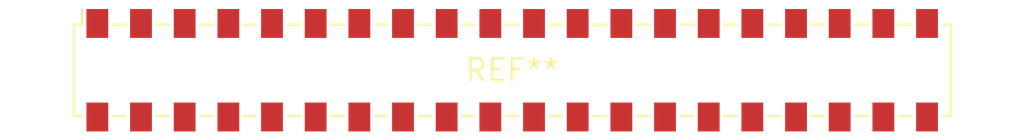
<source format=kicad_pcb>
(kicad_pcb (version 20240108) (generator pcbnew)
  (layers (0 "F.Cu" signal) (31 "B.Cu" signal) (34 "B.Paste" user) (35 "F.Paste" user) (36 "B.SilkS" user "B.Silkscreen") (37 "F.SilkS" user "F.Silkscreen") (38 "B.Mask" user) (39 "F.Mask" user) (44 "Edge.Cuts" user))
  (net 0 "")
  (footprint "Samtec_HLE-120-02-xxx-DV-BE_2x20_P2.54mm_Horizontal" (layer "F.Cu") (at 0 0)
    (property "Reference" "REF**")
    (property "Value" "Samtec_HLE-120-02-xxx-DV-BE_2x20_P2.54mm_Horizontal")
    (fp_line (start -25.51 -2.65) (end -25.51 2.65) (layer "F.SilkS") (stroke (width 0.12)))
    (fp_line (start -25.51 2.65) (end -25.025 2.65) (layer "F.SilkS") (stroke (width 0.12)))
    (fp_line (start -25.025 -3.56) (end -25.025 -2.65) (layer "F.SilkS") (stroke (width 0.12)))
    (fp_line (start -25.025 -2.65) (end -25.51 -2.65) (layer "F.SilkS") (stroke (width 0.12)))
    (fp_line (start -23.235 -2.65) (end -22.485 -2.65) (layer "F.SilkS") (stroke (width 0.12)))
    (fp_line (start -23.235 2.65) (end -22.485 2.65) (layer "F.SilkS") (stroke (width 0.12)))
    (fp_line (start -20.695 -2.65) (end -19.945 -2.65) (layer "F.SilkS") (stroke (width 0.12)))
    (fp_line (start -20.695 2.65) (end -19.945 2.65) (layer "F.SilkS") (stroke (width 0.12)))
    (fp_line (start -18.155 -2.65) (end -17.405 -2.65) (layer "F.SilkS") (stroke (width 0.12)))
    (fp_line (start -18.155 2.65) (end -17.405 2.65) (layer "F.SilkS") (stroke (width 0.12)))
    (fp_line (start -15.615 -2.65) (end -14.865 -2.65) (layer "F.SilkS") (stroke (width 0.12)))
    (fp_line (start -15.615 2.65) (end -14.865 2.65) (layer "F.SilkS") (stroke (width 0.12)))
    (fp_line (start -13.075 -2.65) (end -12.325 -2.65) (layer "F.SilkS") (stroke (width 0.12)))
    (fp_line (start -13.075 2.65) (end -12.325 2.65) (layer "F.SilkS") (stroke (width 0.12)))
    (fp_line (start -10.535 -2.65) (end -9.785 -2.65) (layer "F.SilkS") (stroke (width 0.12)))
    (fp_line (start -10.535 2.65) (end -9.785 2.65) (layer "F.SilkS") (stroke (width 0.12)))
    (fp_line (start -7.995 -2.65) (end -7.245 -2.65) (layer "F.SilkS") (stroke (width 0.12)))
    (fp_line (start -7.995 2.65) (end -7.245 2.65) (layer "F.SilkS") (stroke (width 0.12)))
    (fp_line (start -5.455 -2.65) (end -4.705 -2.65) (layer "F.SilkS") (stroke (width 0.12)))
    (fp_line (start -5.455 2.65) (end -4.705 2.65) (layer "F.SilkS") (stroke (width 0.12)))
    (fp_line (start -2.915 -2.65) (end -2.165 -2.65) (layer "F.SilkS") (stroke (width 0.12)))
    (fp_line (start -2.915 2.65) (end -2.165 2.65) (layer "F.SilkS") (stroke (width 0.12)))
    (fp_line (start -0.375 -2.65) (end 0.375 -2.65) (layer "F.SilkS") (stroke (width 0.12)))
    (fp_line (start -0.375 2.65) (end 0.375 2.65) (layer "F.SilkS") (stroke (width 0.12)))
    (fp_line (start 2.165 -2.65) (end 2.915 -2.65) (layer "F.SilkS") (stroke (width 0.12)))
    (fp_line (start 2.165 2.65) (end 2.915 2.65) (layer "F.SilkS") (stroke (width 0.12)))
    (fp_line (start 4.705 -2.65) (end 5.455 -2.65) (layer "F.SilkS") (stroke (width 0.12)))
    (fp_line (start 4.705 2.65) (end 5.455 2.65) (layer "F.SilkS") (stroke (width 0.12)))
    (fp_line (start 7.245 -2.65) (end 7.995 -2.65) (layer "F.SilkS") (stroke (width 0.12)))
    (fp_line (start 7.245 2.65) (end 7.995 2.65) (layer "F.SilkS") (stroke (width 0.12)))
    (fp_line (start 9.785 -2.65) (end 10.535 -2.65) (layer "F.SilkS") (stroke (width 0.12)))
    (fp_line (start 9.785 2.65) (end 10.535 2.65) (layer "F.SilkS") (stroke (width 0.12)))
    (fp_line (start 12.325 -2.65) (end 13.075 -2.65) (layer "F.SilkS") (stroke (width 0.12)))
    (fp_line (start 12.325 2.65) (end 13.075 2.65) (layer "F.SilkS") (stroke (width 0.12)))
    (fp_line (start 14.865 -2.65) (end 15.615 -2.65) (layer "F.SilkS") (stroke (width 0.12)))
    (fp_line (start 14.865 2.65) (end 15.615 2.65) (layer "F.SilkS") (stroke (width 0.12)))
    (fp_line (start 17.405 -2.65) (end 18.155 -2.65) (layer "F.SilkS") (stroke (width 0.12)))
    (fp_line (start 17.405 2.65) (end 18.155 2.65) (layer "F.SilkS") (stroke (width 0.12)))
    (fp_line (start 19.945 -2.65) (end 20.695 -2.65) (layer "F.SilkS") (stroke (width 0.12)))
    (fp_line (start 19.945 2.65) (end 20.695 2.65) (layer "F.SilkS") (stroke (width 0.12)))
    (fp_line (start 22.485 -2.65) (end 23.235 -2.65) (layer "F.SilkS") (stroke (width 0.12)))
    (fp_line (start 22.485 2.65) (end 23.235 2.65) (layer "F.SilkS") (stroke (width 0.12)))
    (fp_line (start 25.025 -2.65) (end 25.51 -2.65) (layer "F.SilkS") (stroke (width 0.12)))
    (fp_line (start 25.51 -2.65) (end 25.51 2.65) (layer "F.SilkS") (stroke (width 0.12)))
    (fp_line (start 25.51 2.65) (end 25.025 2.65) (layer "F.SilkS") (stroke (width 0.12)))
    (pad "" np_thru_hole circle (at -24.13 -1.27) (size 0.97 0.97) (drill 0.97) (layers *.Cu *.Mask))
    (pad "" np_thru_hole circle (at -24.13 1.27) (size 0.97 0.97) (drill 0.97) (layers *.Cu *.Mask))
    (pad "" np_thru_hole circle (at -21.59 -1.27) (size 0.97 0.97) (drill 0.97) (layers *.Cu *.Mask))
    (pad "" np_thru_hole circle (at -21.59 1.27) (size 0.97 0.97) (drill 0.97) (layers *.Cu *.Mask))
    (pad "" np_thru_hole circle (at -19.05 -1.27) (size 0.97 0.97) (drill 0.97) (layers *.Cu *.Mask))
    (pad "" np_thru_hole circle (at -19.05 1.27) (size 0.97 0.97) (drill 0.97) (layers *.Cu *.Mask))
    (pad "" np_thru_hole circle (at -16.51 -1.27) (size 0.97 0.97) (drill 0.97) (layers *.Cu *.Mask))
    (pad "" np_thru_hole circle (at -16.51 1.27) (size 0.97 0.97) (drill 0.97) (layers *.Cu *.Mask))
    (pad "" np_thru_hole circle (at -13.97 -1.27) (size 0.97 0.97) (drill 0.97) (layers *.Cu *.Mask))
    (pad "" np_thru_hole circle (at -13.97 1.27) (size 0.97 0.97) (drill 0.97) (layers *.Cu *.Mask))
    (pad "" np_thru_hole circle (at -11.43 -1.27) (size 0.97 0.97) (drill 0.97) (layers *.Cu *.Mask))
    (pad "" np_thru_hole circle (at -11.43 1.27) (size 0.97 0.97) (drill 0.97) (layers *.Cu *.Mask))
    (pad "" np_thru_hole circle (at -8.89 -1.27) (size 0.97 0.97) (drill 0.97) (layers *.Cu *.Mask))
    (pad "" np_thru_hole circle (at -8.89 1.27) (size 0.97 0.97) (drill 0.97) (layers *.Cu *.Mask))
    (pad "" np_thru_hole circle (at -6.35 -1.27) (size 0.97 0.97) (drill 0.97) (layers *.Cu *.Mask))
    (pad "" np_thru_hole circle (at -6.35 1.27) (size 0.97 0.97) (drill 0.97) (layers *.Cu *.Mask))
    (pad "" np_thru_hole circle (at -3.81 -1.27) (size 0.97 0.97) (drill 0.97) (layers *.Cu *.Mask))
    (pad "" np_thru_hole circle (at -3.81 1.27) (size 0.97 0.97) (drill 0.97) (layers *.Cu *.Mask))
    (pad "" np_thru_hole circle (at -1.27 -1.27) (size 0.97 0.97) (drill 0.97) (layers *.Cu *.Mask))
    (pad "" np_thru_hole circle (at -1.27 1.27) (size 0.97 0.97) (drill 0.97) (layers *.Cu *.Mask))
    (pad "" np_thru_hole circle (at 1.27 -1.27) (size 0.97 0.97) (drill 0.97) (layers *.Cu *.Mask))
    (pad "" np_thru_hole circle (at 1.27 1.27) (size 0.97 0.97) (drill 0.97) (layers *.Cu *.Mask))
    (pad "" np_thru_hole circle (at 3.81 -1.27) (size 0.97 0.97) (drill 0.97) (layers *.Cu *.Mask))
    (pad "" np_thru_hole circle (at 3.81 1.27) (size 0.97 0.97) (drill 0.97) (layers *.Cu *.Mask))
    (pad "" np_thru_hole circle (at 6.35 -1.27) (size 0.97 0.97) (drill 0.97) (layers *.Cu *.Mask))
    (pad "" np_thru_hole circle (at 6.35 1.27) (size 0.97 0.97) (drill 0.97) (layers *.Cu *.Mask))
    (pad "" np_thru_hole circle (at 8.89 -1.27) (size 0.97 0.97) (drill 0.97) (layers *.Cu *.Mask))
    (pad "" np_thru_hole circle (at 8.89 1.27) (size 0.97 0.97) (drill 0.97) (layers *.Cu *.Mask))
    (pad "" np_thru_hole circle (at 11.43 -1.27) (size 0.97 0.97) (drill 0.97) (layers *.Cu *.Mask))
    (pad "" np_thru_hole circle (at 11.43 1.27) (size 0.97 0.97) (drill 0.97) (layers *.Cu *.Mask))
    (pad "" np_thru_hole circle (at 13.97 -1.27) (size 0.97 0.97) (drill 0.97) (layers *.Cu *.Mask))
    (pad "" np_thru_hole circle (at 13.97 1.27) (size 0.97 0.97) (drill 0.97) (layers *.Cu *.Mask))
    (pad "" np_thru_hole circle (at 16.51 -1.27) (size 0.97 0.97) (drill 0.97) (layers *.Cu *.Mask))
    (pad "" np_thru_hole circle (at 16.51 1.27) (size 0.97 0.97) (drill 0.97) (layers *.Cu *.Mask))
    (pad "" np_thru_hole circle (at 19.05 -1.27) (size 0.97 0.97) (drill 0.97) (layers *.Cu *.Mask))
    (pad "" np_thru_hole circle (at 19.05 1.27) (size 0.97 0.97) (drill 0.97) (layers *.Cu *.Mask))
    (pad "" np_thru_hole circle (at 21.59 -1.27) (size 0.97 0.97) (drill 0.97) (layers *.Cu *.Mask))
    (pad "" np_thru_hole circle (at 21.59 1.27) (size 0.97 0.97) (drill 0.97) (layers *.Cu *.Mask))
    (pad "" np_thru_hole circle (at 24.13 -1.27) (size 0.97 0.97) (drill 0.97) (layers *.Cu *.Mask))
    (pad "" np_thru_hole circle (at 24.13 1.27) (size 0.97 0.97) (drill 0.97) (layers *.Cu *.Mask))
    (pad "1" smd rect (at -24.13 -2.72) (size 1.27 1.68) (layers "F.Cu" "F.Paste" "F.Mask"))
    (pad "2" smd rect (at -24.13 2.72) (size 1.27 1.68) (layers "F.Cu" "F.Paste" "F.Mask"))
    (pad "3" smd rect (at -21.59 -2.72) (size 1.27 1.68) (layers "F.Cu" "F.Paste" "F.Mask"))
    (pad "4" smd rect (at -21.59 2.72) (size 1.27 1.68) (layers "F.Cu" "F.Paste" "F.Mask"))
    (pad "5" smd rect (at -19.05 -2.72) (size 1.27 1.68) (layers "F.Cu" "F.Paste" "F.Mask"))
    (pad "6" smd rect (at -19.05 2.72) (size 1.27 1.68) (layers "F.Cu" "F.Paste" "F.Mask"))
    (pad "7" smd rect (at -16.51 -2.72) (size 1.27 1.68) (layers "F.Cu" "F.Paste" "F.Mask"))
    (pad "8" smd rect (at -16.51 2.72) (size 1.27 1.68) (layers "F.Cu" "F.Paste" "F.Mask"))
    (pad "9" smd rect (at -13.97 -2.72) (size 1.27 1.68) (layers "F.Cu" "F.Paste" "F.Mask"))
    (pad "10" smd rect (at -13.97 2.72) (size 1.27 1.68) (layers "F.Cu" "F.Paste" "F.Mask"))
    (pad "11" smd rect (at -11.43 -2.72) (size 1.27 1.68) (layers "F.Cu" "F.Paste" "F.Mask"))
    (pad "12" smd rect (at -11.43 2.72) (size 1.27 1.68) (layers "F.Cu" "F.Paste" "F.Mask"))
    (pad "13" smd rect (at -8.89 -2.72) (size 1.27 1.68) (layers "F.Cu" "F.Paste" "F.Mask"))
    (pad "14" smd rect (at -8.89 2.72) (size 1.27 1.68) (layers "F.Cu" "F.Paste" "F.Mask"))
    (pad "15" smd rect (at -6.35 -2.72) (size 1.27 1.68) (layers "F.Cu" "F.Paste" "F.Mask"))
    (pad "16" smd rect (at -6.35 2.72) (size 1.27 1.68) (layers "F.Cu" "F.Paste" "F.Mask"))
    (pad "17" smd rect (at -3.81 -2.72) (size 1.27 1.68) (layers "F.Cu" "F.Paste" "F.Mask"))
    (pad "18" smd rect (at -3.81 2.72) (size 1.27 1.68) (layers "F.Cu" "F.Paste" "F.Mask"))
    (pad "19" smd rect (at -1.27 -2.72) (size 1.27 1.68) (layers "F.Cu" "F.Paste" "F.Mask"))
    (pad "20" smd rect (at -1.27 2.72) (size 1.27 1.68) (layers "F.Cu" "F.Paste" "F.Mask"))
    (pad "21" smd rect (at 1.27 -2.72) (size 1.27 1.68) (layers "F.Cu" "F.Paste" "F.Mask"))
    (pad "22" smd rect (at 1.27 2.72) (size 1.27 1.68) (layers "F.Cu" "F.Paste" "F.Mask"))
    (pad "23" smd rect (at 3.81 -2.72) (size 1.27 1.68) (layers "F.Cu" "F.Paste" "F.Mask"))
    (pad "24" smd rect (at 3.81 2.72) (size 1.27 1.68) (layers "F.Cu" "F.Paste" "F.Mask"))
    (pad "25" smd rect (at 6.35 -2.72) (size 1.27 1.68) (layers "F.Cu" "F.Paste" "F.Mask"))
    (pad "26" smd rect (at 6.35 2.72) (size 1.27 1.68) (layers "F.Cu" "F.Paste" "F.Mask"))
    (pad "27" smd rect (at 8.89 -2.72) (size 1.27 1.68) (layers "F.Cu" "F.Paste" "F.Mask"))
    (pad "28" smd rect (at 8.89 2.72) (size 1.27 1.68) (layers "F.Cu" "F.Paste" "F.Mask"))
    (pad "29" smd rect (at 11.43 -2.72) (size 1.27 1.68) (layers "F.Cu" "F.Paste" "F.Mask"))
    (pad "30" smd rect (at 11.43 2.72) (size 1.27 1.68) (layers "F.Cu" "F.Paste" "F.Mask"))
    (pad "31" smd rect (at 13.97 -2.72) (size 1.27 1.68) (layers "F.Cu" "F.Paste" "F.Mask"))
    (pad "32" smd rect (at 13.97 2.72) (size 1.27 1.68) (layers "F.Cu" "F.Paste" "F.Mask"))
    (pad "33" smd rect (at 16.51 -2.72) (size 1.27 1.68) (layers "F.Cu" "F.Paste" "F.Mask"))
    (pad "34" smd rect (at 16.51 2.72) (size 1.27 1.68) (layers "F.Cu" "F.Paste" "F.Mask"))
    (pad "35" smd rect (at 19.05 -2.72) (size 1.27 1.68) (layers "F.Cu" "F.Paste" "F.Mask"))
    (pad "36" smd rect (at 19.05 2.72) (size 1.27 1.68) (layers "F.Cu" "F.Paste" "F.Mask"))
    (pad "37" smd rect (at 21.59 -2.72) (size 1.27 1.68) (layers "F.Cu" "F.Paste" "F.Mask"))
    (pad "38" smd rect (at 21.59 2.72) (size 1.27 1.68) (layers "F.Cu" "F.Paste" "F.Mask"))
    (pad "39" smd rect (at 24.13 -2.72) (size 1.27 1.68) (layers "F.Cu" "F.Paste" "F.Mask"))
    (pad "40" smd rect (at 24.13 2.72) (size 1.27 1.68) (layers "F.Cu" "F.Paste" "F.Mask"))
  )
)
</source>
